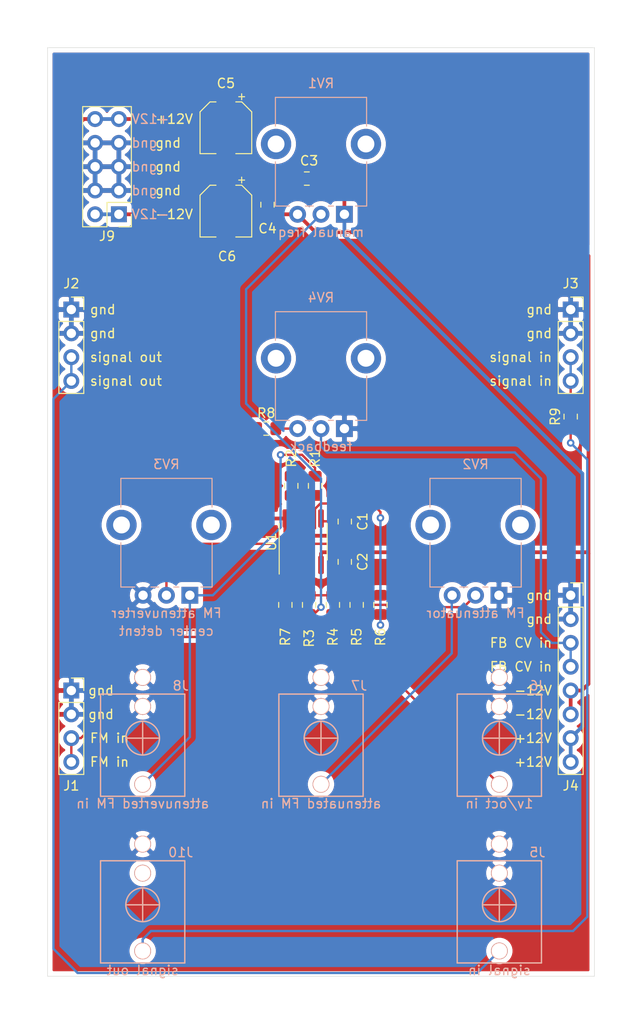
<source format=kicad_pcb>
(kicad_pcb (version 20171130) (host pcbnew 5.1.5-52549c5~84~ubuntu18.04.1)
  (title_block (title "Filter Carrier Board") (date 2020-02-01) (rev 1) (comment 1 creativecommons.org/licenses/by/4.0/) (comment 2 "License: CC by 4.0") (comment 3 "Author: Jordan Aceto"))
  (layers (0 F.Cu signal) (31 B.Cu signal) (34 B.Paste user) (35 F.Paste user) (36 B.SilkS user) (37 F.SilkS user) (38 B.Mask user) (39 F.Mask user) (44 Edge.Cuts user))
  (net 0 "")
  (net 1 +12V)
  (net 2 GND)
  (net 3 -12V)
  (net 4 "Net-(J1-Pad3)")
  (net 5 "Net-(J2-Pad3)")
  (net 6 "Net-(J10-Pad3)")
  (net 7 "Net-(J4-Pad3)")
  (net 8 "Net-(J6-Pad3)")
  (net 9 "Net-(J7-Pad3)")
  (net 10 "Net-(J8-Pad3)")
  (net 11 "Net-(J10-Pad2)")
  (net 12 "Net-(R1-Pad1)")
  (net 13 "Net-(R2-Pad1)")
  (net 14 "Net-(R3-Pad2)")
  (net 15 "Net-(R3-Pad1)")
  (net 16 "Net-(R5-Pad2)")
  (net 17 "Net-(R8-Pad2)")
  (net 18 "Net-(RV3-Pad2)")
  (net 19 "Net-(J3-Pad3)")
  (module Capacitor_SMD:C_0805_2012Metric_Pad1.15x1.40mm_HandSolder (layer F.Cu) (at 134.62 97.545 90)
    (fp_text reference C1 (at 0 1.905 90) (layer F.SilkS))
    (fp_text value 100nF)
    (fp_line (start -0.261252 -0.71) (end 0.261252 -0.71) (layer F.SilkS) (width 0.12))
    (fp_line (start -0.261252 0.71) (end 0.261252 0.71) (layer F.SilkS) (width 0.12))
    (pad 1 smd roundrect (at -1.025 0 90) (size 1.15 1.4) (layers F.Cu F.Paste F.Mask) (roundrect_rratio 0.217391) (net 1 +12V))
    (pad 2 smd roundrect (at 1.025 0 90) (size 1.15 1.4) (layers F.Cu F.Paste F.Mask) (roundrect_rratio 0.217391) (net 2 GND))
  )
  (module Capacitor_SMD:C_0805_2012Metric_Pad1.15x1.40mm_HandSolder (layer F.Cu) (at 134.62 101.845 90)
    (fp_text reference C2 (at 0 1.905 90) (layer F.SilkS))
    (fp_text value 100nF)
    (fp_line (start -0.261252 0.71) (end 0.261252 0.71) (layer F.SilkS) (width 0.12))
    (fp_line (start -0.261252 -0.71) (end 0.261252 -0.71) (layer F.SilkS) (width 0.12))
    (pad 2 smd roundrect (at 1.025 0 90) (size 1.15 1.4) (layers F.Cu F.Paste F.Mask) (roundrect_rratio 0.217391) (net 3 -12V))
    (pad 1 smd roundrect (at -1.025 0 90) (size 1.15 1.4) (layers F.Cu F.Paste F.Mask) (roundrect_rratio 0.217391) (net 2 GND))
  )
  (module Capacitor_SMD:C_0805_2012Metric_Pad1.15x1.40mm_HandSolder (layer F.Cu) (at 130.565 60.96 180)
    (fp_text reference C3 (at -0.245 1.905) (layer F.SilkS))
    (fp_text value 100nF)
    (fp_line (start -0.261252 -0.71) (end 0.261252 -0.71) (layer F.SilkS) (width 0.12))
    (fp_line (start -0.261252 0.71) (end 0.261252 0.71) (layer F.SilkS) (width 0.12))
    (pad 1 smd roundrect (at -1.025 0 180) (size 1.15 1.4) (layers F.Cu F.Paste F.Mask) (roundrect_rratio 0.217391) (net 1 +12V))
    (pad 2 smd roundrect (at 1.025 0 180) (size 1.15 1.4) (layers F.Cu F.Paste F.Mask) (roundrect_rratio 0.217391) (net 2 GND))
  )
  (module Capacitor_SMD:C_0805_2012Metric_Pad1.15x1.40mm_HandSolder (layer F.Cu) (at 126.365 63.745 270)
    (fp_text reference C4 (at 2.549 0 180) (layer F.SilkS))
    (fp_text value 100nF)
    (fp_line (start -0.261252 0.71) (end 0.261252 0.71) (layer F.SilkS) (width 0.12))
    (fp_line (start -0.261252 -0.71) (end 0.261252 -0.71) (layer F.SilkS) (width 0.12))
    (pad 2 smd roundrect (at 1.025 0 270) (size 1.15 1.4) (layers F.Cu F.Paste F.Mask) (roundrect_rratio 0.217391) (net 3 -12V))
    (pad 1 smd roundrect (at -1.025 0 270) (size 1.15 1.4) (layers F.Cu F.Paste F.Mask) (roundrect_rratio 0.217391) (net 2 GND))
  )
  (module Capacitor_SMD:CP_Elec_5x5.4 (layer F.Cu) (at 121.92 55.54 270)
    (fp_text reference C5 (at -4.74 0 180) (layer F.SilkS))
    (fp_text value 10uF)
    (fp_line (start 2.76 2.76) (end 2.76 1.06) (layer F.SilkS) (width 0.12))
    (fp_line (start 2.76 -2.76) (end 2.76 -1.06) (layer F.SilkS) (width 0.12))
    (fp_line (start -1.695563 -2.76) (end 2.76 -2.76) (layer F.SilkS) (width 0.12))
    (fp_line (start -1.695563 2.76) (end 2.76 2.76) (layer F.SilkS) (width 0.12))
    (fp_line (start -2.76 1.695563) (end -2.76 1.06) (layer F.SilkS) (width 0.12))
    (fp_line (start -2.76 -1.695563) (end -2.76 -1.06) (layer F.SilkS) (width 0.12))
    (fp_line (start -2.76 -1.695563) (end -1.695563 -2.76) (layer F.SilkS) (width 0.12))
    (fp_line (start -2.76 1.695563) (end -1.695563 2.76) (layer F.SilkS) (width 0.12))
    (fp_line (start -3.625 -1.685) (end -3 -1.685) (layer F.SilkS) (width 0.12))
    (fp_line (start -3.3125 -1.9975) (end -3.3125 -1.3725) (layer F.SilkS) (width 0.12))
    (pad 1 smd roundrect (at -2.2 0 270) (size 3 1.6) (layers F.Cu F.Paste F.Mask) (roundrect_rratio 0.15625) (net 1 +12V))
    (pad 2 smd roundrect (at 2.2 0 270) (size 3 1.6) (layers F.Cu F.Paste F.Mask) (roundrect_rratio 0.15625) (net 2 GND))
  )
  (module Capacitor_SMD:CP_Elec_5x5.4 (layer F.Cu) (at 121.92 64.43 270)
    (fp_text reference C6 (at 4.826 -0.127 180) (layer F.SilkS))
    (fp_text value 10uF)
    (fp_line (start -3.3125 -1.9975) (end -3.3125 -1.3725) (layer F.SilkS) (width 0.12))
    (fp_line (start -3.625 -1.685) (end -3 -1.685) (layer F.SilkS) (width 0.12))
    (fp_line (start -2.76 1.695563) (end -1.695563 2.76) (layer F.SilkS) (width 0.12))
    (fp_line (start -2.76 -1.695563) (end -1.695563 -2.76) (layer F.SilkS) (width 0.12))
    (fp_line (start -2.76 -1.695563) (end -2.76 -1.06) (layer F.SilkS) (width 0.12))
    (fp_line (start -2.76 1.695563) (end -2.76 1.06) (layer F.SilkS) (width 0.12))
    (fp_line (start -1.695563 2.76) (end 2.76 2.76) (layer F.SilkS) (width 0.12))
    (fp_line (start -1.695563 -2.76) (end 2.76 -2.76) (layer F.SilkS) (width 0.12))
    (fp_line (start 2.76 -2.76) (end 2.76 -1.06) (layer F.SilkS) (width 0.12))
    (fp_line (start 2.76 2.76) (end 2.76 1.06) (layer F.SilkS) (width 0.12))
    (pad 2 smd roundrect (at 2.2 0 270) (size 3 1.6) (layers F.Cu F.Paste F.Mask) (roundrect_rratio 0.15625) (net 3 -12V))
    (pad 1 smd roundrect (at -2.2 0 270) (size 3 1.6) (layers F.Cu F.Paste F.Mask) (roundrect_rratio 0.15625) (net 2 GND))
  )
  (module Eurocad:PJ301M-12 (layer B.Cu) (at 151.13 138.43)
    (fp_text reference J5 (at 4.064 -5.588) (layer B.SilkS) (effects (justify mirror)))
    (fp_text value PJ301M-12)
    (fp_line (start -1.8 0) (end 1.8 0) (layer B.SilkS) (width 0.15))
    (fp_line (start 0 1.8) (end 0 -1.8) (layer B.SilkS) (width 0.15))
    (fp_circle (center 0 0) (end 1.8 0) (layer B.SilkS) (width 0.15))
    (fp_line (start 4.5 6.2) (end 4.5 -4.7) (layer B.SilkS) (width 0.15))
    (fp_line (start -4.5 6.2) (end -4.5 -4.7) (layer B.SilkS) (width 0.15))
    (fp_line (start -4.5 -4.7) (end 4.5 -4.7) (layer B.SilkS) (width 0.15))
    (fp_line (start -4.5 6.2) (end 4.5 6.2) (layer B.SilkS) (width 0.15))
    (pad 2 thru_hole circle (at 0 -3.38) (size 1.8 1.8) (drill 1.6) (layers *.Cu *.Mask B.SilkS) (net 2 GND))
    (pad 1 thru_hole circle (at 0 -6.48) (size 1.8 1.8) (drill 1.6) (layers *.Cu *.Mask B.SilkS) (net 2 GND))
    (pad 3 thru_hole circle (at 0 4.92) (size 1.8 1.8) (drill 1.6) (layers *.Cu *.Mask B.SilkS) (net 5 "Net-(J2-Pad3)"))
  )
  (module Eurocad:PJ301M-12 (layer B.Cu) (at 151.13 120.65)
    (fp_text reference J6 (at 4.064 -5.588) (layer B.SilkS) (effects (justify mirror)))
    (fp_text value PJ301M-12)
    (fp_line (start -1.8 0) (end 1.8 0) (layer B.SilkS) (width 0.15))
    (fp_line (start 0 1.8) (end 0 -1.8) (layer B.SilkS) (width 0.15))
    (fp_circle (center 0 0) (end 1.8 0) (layer B.SilkS) (width 0.15))
    (fp_line (start 4.5 6.2) (end 4.5 -4.7) (layer B.SilkS) (width 0.15))
    (fp_line (start -4.5 6.2) (end -4.5 -4.7) (layer B.SilkS) (width 0.15))
    (fp_line (start -4.5 -4.7) (end 4.5 -4.7) (layer B.SilkS) (width 0.15))
    (fp_line (start -4.5 6.2) (end 4.5 6.2) (layer B.SilkS) (width 0.15))
    (pad 2 thru_hole circle (at 0 -3.38) (size 1.8 1.8) (drill 1.6) (layers *.Cu *.Mask B.SilkS) (net 2 GND))
    (pad 1 thru_hole circle (at 0 -6.48) (size 1.8 1.8) (drill 1.6) (layers *.Cu *.Mask B.SilkS) (net 2 GND))
    (pad 3 thru_hole circle (at 0 4.92) (size 1.8 1.8) (drill 1.6) (layers *.Cu *.Mask B.SilkS) (net 8 "Net-(J6-Pad3)"))
  )
  (module Eurocad:PJ301M-12 (layer B.Cu) (at 132.08 120.65)
    (fp_text reference J7 (at 4.064 -5.588) (layer B.SilkS) (effects (justify mirror)))
    (fp_text value PJ301M-12)
    (fp_line (start -1.8 0) (end 1.8 0) (layer B.SilkS) (width 0.15))
    (fp_line (start 0 1.8) (end 0 -1.8) (layer B.SilkS) (width 0.15))
    (fp_circle (center 0 0) (end 1.8 0) (layer B.SilkS) (width 0.15))
    (fp_line (start 4.5 6.2) (end 4.5 -4.7) (layer B.SilkS) (width 0.15))
    (fp_line (start -4.5 6.2) (end -4.5 -4.7) (layer B.SilkS) (width 0.15))
    (fp_line (start -4.5 -4.7) (end 4.5 -4.7) (layer B.SilkS) (width 0.15))
    (fp_line (start -4.5 6.2) (end 4.5 6.2) (layer B.SilkS) (width 0.15))
    (pad 2 thru_hole circle (at 0 -3.38) (size 1.8 1.8) (drill 1.6) (layers *.Cu *.Mask B.SilkS) (net 2 GND))
    (pad 1 thru_hole circle (at 0 -6.48) (size 1.8 1.8) (drill 1.6) (layers *.Cu *.Mask B.SilkS) (net 2 GND))
    (pad 3 thru_hole circle (at 0 4.92) (size 1.8 1.8) (drill 1.6) (layers *.Cu *.Mask B.SilkS) (net 9 "Net-(J7-Pad3)"))
  )
  (module Eurocad:PJ301M-12 (layer B.Cu) (at 113.03 120.65)
    (fp_text reference J8 (at 4.064 -5.588) (layer B.SilkS) (effects (justify mirror)))
    (fp_text value PJ301M-12)
    (fp_line (start -4.5 6.2) (end 4.5 6.2) (layer B.SilkS) (width 0.15))
    (fp_line (start -4.5 -4.7) (end 4.5 -4.7) (layer B.SilkS) (width 0.15))
    (fp_line (start -4.5 6.2) (end -4.5 -4.7) (layer B.SilkS) (width 0.15))
    (fp_line (start 4.5 6.2) (end 4.5 -4.7) (layer B.SilkS) (width 0.15))
    (fp_circle (center 0 0) (end 1.8 0) (layer B.SilkS) (width 0.15))
    (fp_line (start 0 1.8) (end 0 -1.8) (layer B.SilkS) (width 0.15))
    (fp_line (start -1.8 0) (end 1.8 0) (layer B.SilkS) (width 0.15))
    (pad 3 thru_hole circle (at 0 4.92) (size 1.8 1.8) (drill 1.6) (layers *.Cu *.Mask B.SilkS) (net 10 "Net-(J8-Pad3)"))
    (pad 1 thru_hole circle (at 0 -6.48) (size 1.8 1.8) (drill 1.6) (layers *.Cu *.Mask B.SilkS) (net 2 GND))
    (pad 2 thru_hole circle (at 0 -3.38) (size 1.8 1.8) (drill 1.6) (layers *.Cu *.Mask B.SilkS) (net 2 GND))
  )
  (module Connector_PinHeader_2.54mm:PinHeader_2x05_P2.54mm_Vertical (layer F.Cu) (at 110.49 64.77 180)
    (fp_text reference J9 (at 1.27 -2.33) (layer F.SilkS))
    (fp_text value power_in)
    (fp_line (start -1.33 11.49) (end 3.87 11.49) (layer F.SilkS) (width 0.12))
    (fp_line (start -1.33 1.27) (end -1.33 11.49) (layer F.SilkS) (width 0.12))
    (fp_line (start 3.87 -1.33) (end 3.87 11.49) (layer F.SilkS) (width 0.12))
    (fp_line (start -1.33 1.27) (end 1.27 1.27) (layer F.SilkS) (width 0.12))
    (fp_line (start 1.27 1.27) (end 1.27 -1.33) (layer F.SilkS) (width 0.12))
    (fp_line (start 1.27 -1.33) (end 3.87 -1.33) (layer F.SilkS) (width 0.12))
    (fp_line (start -1.33 0) (end -1.33 -1.33) (layer F.SilkS) (width 0.12))
    (fp_line (start -1.33 -1.33) (end 0 -1.33) (layer F.SilkS) (width 0.12))
    (pad 1 thru_hole rect (at 0 0 180) (size 1.7 1.7) (drill 1) (layers *.Cu *.Mask) (net 3 -12V))
    (pad 2 thru_hole oval (at 2.54 0 180) (size 1.7 1.7) (drill 1) (layers *.Cu *.Mask) (net 3 -12V))
    (pad 3 thru_hole oval (at 0 2.54 180) (size 1.7 1.7) (drill 1) (layers *.Cu *.Mask) (net 2 GND))
    (pad 4 thru_hole oval (at 2.54 2.54 180) (size 1.7 1.7) (drill 1) (layers *.Cu *.Mask) (net 2 GND))
    (pad 5 thru_hole oval (at 0 5.08 180) (size 1.7 1.7) (drill 1) (layers *.Cu *.Mask) (net 2 GND))
    (pad 6 thru_hole oval (at 2.54 5.08 180) (size 1.7 1.7) (drill 1) (layers *.Cu *.Mask) (net 2 GND))
    (pad 7 thru_hole oval (at 0 7.62 180) (size 1.7 1.7) (drill 1) (layers *.Cu *.Mask) (net 2 GND))
    (pad 8 thru_hole oval (at 2.54 7.62 180) (size 1.7 1.7) (drill 1) (layers *.Cu *.Mask) (net 2 GND))
    (pad 9 thru_hole oval (at 0 10.16 180) (size 1.7 1.7) (drill 1) (layers *.Cu *.Mask) (net 1 +12V))
    (pad 10 thru_hole oval (at 2.54 10.16 180) (size 1.7 1.7) (drill 1) (layers *.Cu *.Mask) (net 1 +12V))
  )
  (module Eurocad:PJ301M-12 (layer B.Cu) (at 113.03 138.43)
    (fp_text reference J10 (at 4.064 -5.588) (layer B.SilkS) (effects (justify mirror)))
    (fp_text value PJ301M-12)
    (fp_line (start -4.5 6.2) (end 4.5 6.2) (layer B.SilkS) (width 0.15))
    (fp_line (start -4.5 -4.7) (end 4.5 -4.7) (layer B.SilkS) (width 0.15))
    (fp_line (start -4.5 6.2) (end -4.5 -4.7) (layer B.SilkS) (width 0.15))
    (fp_line (start 4.5 6.2) (end 4.5 -4.7) (layer B.SilkS) (width 0.15))
    (fp_circle (center 0 0) (end 1.8 0) (layer B.SilkS) (width 0.15))
    (fp_line (start 0 1.8) (end 0 -1.8) (layer B.SilkS) (width 0.15))
    (fp_line (start -1.8 0) (end 1.8 0) (layer B.SilkS) (width 0.15))
    (pad 3 thru_hole circle (at 0 4.92) (size 1.8 1.8) (drill 1.6) (layers *.Cu *.Mask B.SilkS) (net 6 "Net-(J10-Pad3)"))
    (pad 1 thru_hole circle (at 0 -6.48) (size 1.8 1.8) (drill 1.6) (layers *.Cu *.Mask B.SilkS) (net 2 GND))
    (pad 2 thru_hole circle (at 0 -3.38) (size 1.8 1.8) (drill 1.6) (layers *.Cu *.Mask B.SilkS) (net 11 "Net-(J10-Pad2)"))
  )
  (module Resistor_SMD:R_0805_2012Metric_Pad1.15x1.40mm_HandSolder (layer F.Cu) (at 131.445 93.735 90)
    (fp_text reference R1 (at 2.93 0 90) (layer F.SilkS))
    (fp_text value 100k)
    (fp_line (start -0.261252 -0.71) (end 0.261252 -0.71) (layer F.SilkS) (width 0.12))
    (fp_line (start -0.261252 0.71) (end 0.261252 0.71) (layer F.SilkS) (width 0.12))
    (pad 1 smd roundrect (at -1.025 0 90) (size 1.15 1.4) (layers F.Cu F.Paste F.Mask) (roundrect_rratio 0.217391) (net 12 "Net-(R1-Pad1)"))
    (pad 2 smd roundrect (at 1.025 0 90) (size 1.15 1.4) (layers F.Cu F.Paste F.Mask) (roundrect_rratio 0.217391) (net 10 "Net-(J8-Pad3)"))
  )
  (module Resistor_SMD:R_0805_2012Metric_Pad1.15x1.40mm_HandSolder (layer F.Cu) (at 128.905 93.735 90)
    (fp_text reference R2 (at 2.93 0 90) (layer F.SilkS))
    (fp_text value 100k)
    (fp_line (start -0.261252 0.71) (end 0.261252 0.71) (layer F.SilkS) (width 0.12))
    (fp_line (start -0.261252 -0.71) (end 0.261252 -0.71) (layer F.SilkS) (width 0.12))
    (pad 2 smd roundrect (at 1.025 0 90) (size 1.15 1.4) (layers F.Cu F.Paste F.Mask) (roundrect_rratio 0.217391) (net 12 "Net-(R1-Pad1)"))
    (pad 1 smd roundrect (at -1.025 0 90) (size 1.15 1.4) (layers F.Cu F.Paste F.Mask) (roundrect_rratio 0.217391) (net 13 "Net-(R2-Pad1)"))
  )
  (module Resistor_SMD:R_0805_2012Metric_Pad1.15x1.40mm_HandSolder (layer F.Cu) (at 130.81 106.435 270)
    (fp_text reference R3 (at 3.565 0 90) (layer F.SilkS))
    (fp_text value 240k)
    (fp_line (start -0.261252 0.71) (end 0.261252 0.71) (layer F.SilkS) (width 0.12))
    (fp_line (start -0.261252 -0.71) (end 0.261252 -0.71) (layer F.SilkS) (width 0.12))
    (pad 2 smd roundrect (at 1.025 0 270) (size 1.15 1.4) (layers F.Cu F.Paste F.Mask) (roundrect_rratio 0.217391) (net 14 "Net-(R3-Pad2)"))
    (pad 1 smd roundrect (at -1.025 0 270) (size 1.15 1.4) (layers F.Cu F.Paste F.Mask) (roundrect_rratio 0.217391) (net 15 "Net-(R3-Pad1)"))
  )
  (module Resistor_SMD:R_0805_2012Metric_Pad1.15x1.40mm_HandSolder (layer F.Cu) (at 133.35 106.435 270)
    (fp_text reference R4 (at 3.42 0 90) (layer F.SilkS))
    (fp_text value 100k)
    (fp_line (start -0.261252 -0.71) (end 0.261252 -0.71) (layer F.SilkS) (width 0.12))
    (fp_line (start -0.261252 0.71) (end 0.261252 0.71) (layer F.SilkS) (width 0.12))
    (pad 1 smd roundrect (at -1.025 0 270) (size 1.15 1.4) (layers F.Cu F.Paste F.Mask) (roundrect_rratio 0.217391) (net 15 "Net-(R3-Pad1)"))
    (pad 2 smd roundrect (at 1.025 0 270) (size 1.15 1.4) (layers F.Cu F.Paste F.Mask) (roundrect_rratio 0.217391) (net 8 "Net-(J6-Pad3)"))
  )
  (module Resistor_SMD:R_0805_2012Metric_Pad1.15x1.40mm_HandSolder (layer F.Cu) (at 135.89 106.435 270)
    (fp_text reference R5 (at 3.42 0 90) (layer F.SilkS))
    (fp_text value 100k)
    (fp_line (start -0.261252 0.71) (end 0.261252 0.71) (layer F.SilkS) (width 0.12))
    (fp_line (start -0.261252 -0.71) (end 0.261252 -0.71) (layer F.SilkS) (width 0.12))
    (pad 2 smd roundrect (at 1.025 0 270) (size 1.15 1.4) (layers F.Cu F.Paste F.Mask) (roundrect_rratio 0.217391) (net 16 "Net-(R5-Pad2)"))
    (pad 1 smd roundrect (at -1.025 0 270) (size 1.15 1.4) (layers F.Cu F.Paste F.Mask) (roundrect_rratio 0.217391) (net 15 "Net-(R3-Pad1)"))
  )
  (module Resistor_SMD:R_0805_2012Metric_Pad1.15x1.40mm_HandSolder (layer F.Cu) (at 138.43 106.435 270)
    (fp_text reference R6 (at 3.42 0 90) (layer F.SilkS))
    (fp_text value 100k)
    (fp_line (start -0.261252 -0.71) (end 0.261252 -0.71) (layer F.SilkS) (width 0.12))
    (fp_line (start -0.261252 0.71) (end 0.261252 0.71) (layer F.SilkS) (width 0.12))
    (pad 1 smd roundrect (at -1.025 0 270) (size 1.15 1.4) (layers F.Cu F.Paste F.Mask) (roundrect_rratio 0.217391) (net 15 "Net-(R3-Pad1)"))
    (pad 2 smd roundrect (at 1.025 0 270) (size 1.15 1.4) (layers F.Cu F.Paste F.Mask) (roundrect_rratio 0.217391) (net 13 "Net-(R2-Pad1)"))
  )
  (module Resistor_SMD:R_0805_2012Metric_Pad1.15x1.40mm_HandSolder (layer F.Cu) (at 128.27 106.435 90)
    (fp_text reference R7 (at -3.42 0 90) (layer F.SilkS))
    (fp_text value 20k)
    (fp_line (start -0.261252 0.71) (end 0.261252 0.71) (layer F.SilkS) (width 0.12))
    (fp_line (start -0.261252 -0.71) (end 0.261252 -0.71) (layer F.SilkS) (width 0.12))
    (pad 2 smd roundrect (at 1.025 0 90) (size 1.15 1.4) (layers F.Cu F.Paste F.Mask) (roundrect_rratio 0.217391) (net 15 "Net-(R3-Pad1)"))
    (pad 1 smd roundrect (at -1.025 0 90) (size 1.15 1.4) (layers F.Cu F.Paste F.Mask) (roundrect_rratio 0.217391) (net 4 "Net-(J1-Pad3)"))
  )
  (module Resistor_SMD:R_0805_2012Metric_Pad1.15x1.40mm_HandSolder (layer F.Cu) (at 126.229 87.63)
    (fp_text reference R8 (at 0 -1.65) (layer F.SilkS))
    (fp_text value 47k)
    (fp_line (start -0.261252 -0.71) (end 0.261252 -0.71) (layer F.SilkS) (width 0.12))
    (fp_line (start -0.261252 0.71) (end 0.261252 0.71) (layer F.SilkS) (width 0.12))
    (pad 1 smd roundrect (at -1.025 0) (size 1.15 1.4) (layers F.Cu F.Paste F.Mask) (roundrect_rratio 0.217391) (net 1 +12V))
    (pad 2 smd roundrect (at 1.025 0) (size 1.15 1.4) (layers F.Cu F.Paste F.Mask) (roundrect_rratio 0.217391) (net 17 "Net-(R8-Pad2)"))
  )
  (module Potentiometer_THT:Potentiometer_Alpha_RD901F-40-00D_Single_Vertical_CircularHoles (layer B.Cu) (at 134.58 64.77 90)
    (fp_text reference RV1 (at 13.97 -2.5) (layer B.SilkS) (effects (justify mirror)))
    (fp_text value 100k)
    (fp_line (start 12.47 -7.37) (end 12.47 2.37) (layer B.SilkS) (width 0.12))
    (fp_line (start 0.88 -7.37) (end 0.88 -5.88) (layer B.SilkS) (width 0.12))
    (fp_line (start 9.41 -7.37) (end 12.47 -7.37) (layer B.SilkS) (width 0.12))
    (fp_line (start 0.88 2.38) (end 5.6 2.38) (layer B.SilkS) (width 0.12))
    (fp_line (start 9.41 2.37) (end 12.47 2.37) (layer B.SilkS) (width 0.12))
    (fp_line (start 0.88 -7.37) (end 5.6 -7.37) (layer B.SilkS) (width 0.12))
    (fp_line (start 0.88 1.19) (end 0.88 2.37) (layer B.SilkS) (width 0.12))
    (fp_line (start 0.88 -1.71) (end 0.88 -1.18) (layer B.SilkS) (width 0.12))
    (fp_line (start 0.88 -4.16) (end 0.88 -3.33) (layer B.SilkS) (width 0.12))
    (pad 1 thru_hole rect (at 0 0) (size 1.8 1.8) (drill 1) (layers *.Cu *.Mask) (net 1 +12V))
    (pad 2 thru_hole circle (at 0 -2.5) (size 1.8 1.8) (drill 1) (layers *.Cu *.Mask) (net 14 "Net-(R3-Pad2)"))
    (pad 3 thru_hole circle (at 0 -5) (size 1.8 1.8) (drill 1) (layers *.Cu *.Mask) (net 3 -12V))
    (pad "" thru_hole circle (at 7.5 -7.3) (size 3.24 3.24) (drill 1.8) (layers *.Cu *.Mask))
    (pad "" thru_hole circle (at 7.5 2.3) (size 3.24 3.24) (drill 1.8) (layers *.Cu *.Mask))
  )
  (module Potentiometer_THT:Potentiometer_Alpha_RD901F-40-00D_Single_Vertical_CircularHoles (layer B.Cu) (at 151.09 105.41 90)
    (fp_text reference RV2 (at 13.97 -2.5) (layer B.SilkS) (effects (justify mirror)))
    (fp_text value 100k)
    (fp_line (start 12.47 -7.37) (end 12.47 2.37) (layer B.SilkS) (width 0.12))
    (fp_line (start 0.88 -7.37) (end 0.88 -5.88) (layer B.SilkS) (width 0.12))
    (fp_line (start 9.41 -7.37) (end 12.47 -7.37) (layer B.SilkS) (width 0.12))
    (fp_line (start 0.88 2.38) (end 5.6 2.38) (layer B.SilkS) (width 0.12))
    (fp_line (start 9.41 2.37) (end 12.47 2.37) (layer B.SilkS) (width 0.12))
    (fp_line (start 0.88 -7.37) (end 5.6 -7.37) (layer B.SilkS) (width 0.12))
    (fp_line (start 0.88 1.19) (end 0.88 2.37) (layer B.SilkS) (width 0.12))
    (fp_line (start 0.88 -1.71) (end 0.88 -1.18) (layer B.SilkS) (width 0.12))
    (fp_line (start 0.88 -4.16) (end 0.88 -3.33) (layer B.SilkS) (width 0.12))
    (pad 1 thru_hole rect (at 0 0) (size 1.8 1.8) (drill 1) (layers *.Cu *.Mask) (net 2 GND))
    (pad 2 thru_hole circle (at 0 -2.5) (size 1.8 1.8) (drill 1) (layers *.Cu *.Mask) (net 16 "Net-(R5-Pad2)"))
    (pad 3 thru_hole circle (at 0 -5) (size 1.8 1.8) (drill 1) (layers *.Cu *.Mask) (net 9 "Net-(J7-Pad3)"))
    (pad "" thru_hole circle (at 7.5 -7.3) (size 3.24 3.24) (drill 1.8) (layers *.Cu *.Mask))
    (pad "" thru_hole circle (at 7.5 2.3) (size 3.24 3.24) (drill 1.8) (layers *.Cu *.Mask))
  )
  (module Potentiometer_THT:Potentiometer_Alpha_RD901F-40-00D_Single_Vertical_CircularHoles (layer B.Cu) (at 118.07 105.41 90)
    (fp_text reference RV3 (at 13.97 -2.5) (layer B.SilkS) (effects (justify mirror)))
    (fp_text value 100k)
    (fp_line (start 0.88 -4.16) (end 0.88 -3.33) (layer B.SilkS) (width 0.12))
    (fp_line (start 0.88 -1.71) (end 0.88 -1.18) (layer B.SilkS) (width 0.12))
    (fp_line (start 0.88 1.19) (end 0.88 2.37) (layer B.SilkS) (width 0.12))
    (fp_line (start 0.88 -7.37) (end 5.6 -7.37) (layer B.SilkS) (width 0.12))
    (fp_line (start 9.41 2.37) (end 12.47 2.37) (layer B.SilkS) (width 0.12))
    (fp_line (start 0.88 2.38) (end 5.6 2.38) (layer B.SilkS) (width 0.12))
    (fp_line (start 9.41 -7.37) (end 12.47 -7.37) (layer B.SilkS) (width 0.12))
    (fp_line (start 0.88 -7.37) (end 0.88 -5.88) (layer B.SilkS) (width 0.12))
    (fp_line (start 12.47 -7.37) (end 12.47 2.37) (layer B.SilkS) (width 0.12))
    (pad "" thru_hole circle (at 7.5 2.3) (size 3.24 3.24) (drill 1.8) (layers *.Cu *.Mask))
    (pad "" thru_hole circle (at 7.5 -7.3) (size 3.24 3.24) (drill 1.8) (layers *.Cu *.Mask))
    (pad 3 thru_hole circle (at 0 -5) (size 1.8 1.8) (drill 1) (layers *.Cu *.Mask) (net 2 GND))
    (pad 2 thru_hole circle (at 0 -2.5) (size 1.8 1.8) (drill 1) (layers *.Cu *.Mask) (net 18 "Net-(RV3-Pad2)"))
    (pad 1 thru_hole rect (at 0 0) (size 1.8 1.8) (drill 1) (layers *.Cu *.Mask) (net 10 "Net-(J8-Pad3)"))
  )
  (module Potentiometer_THT:Potentiometer_Alpha_RD901F-40-00D_Single_Vertical_CircularHoles (layer B.Cu) (at 134.58 87.63 90)
    (fp_text reference RV4 (at 13.97 -2.5) (layer B.SilkS) (effects (justify mirror)))
    (fp_text value 10k)
    (fp_line (start 0.88 -4.16) (end 0.88 -3.33) (layer B.SilkS) (width 0.12))
    (fp_line (start 0.88 -1.71) (end 0.88 -1.18) (layer B.SilkS) (width 0.12))
    (fp_line (start 0.88 1.19) (end 0.88 2.37) (layer B.SilkS) (width 0.12))
    (fp_line (start 0.88 -7.37) (end 5.6 -7.37) (layer B.SilkS) (width 0.12))
    (fp_line (start 9.41 2.37) (end 12.47 2.37) (layer B.SilkS) (width 0.12))
    (fp_line (start 0.88 2.38) (end 5.6 2.38) (layer B.SilkS) (width 0.12))
    (fp_line (start 9.41 -7.37) (end 12.47 -7.37) (layer B.SilkS) (width 0.12))
    (fp_line (start 0.88 -7.37) (end 0.88 -5.88) (layer B.SilkS) (width 0.12))
    (fp_line (start 12.47 -7.37) (end 12.47 2.37) (layer B.SilkS) (width 0.12))
    (pad "" thru_hole circle (at 7.5 2.3) (size 3.24 3.24) (drill 1.8) (layers *.Cu *.Mask))
    (pad "" thru_hole circle (at 7.5 -7.3) (size 3.24 3.24) (drill 1.8) (layers *.Cu *.Mask))
    (pad 3 thru_hole circle (at 0 -5) (size 1.8 1.8) (drill 1) (layers *.Cu *.Mask) (net 17 "Net-(R8-Pad2)"))
    (pad 2 thru_hole circle (at 0 -2.5) (size 1.8 1.8) (drill 1) (layers *.Cu *.Mask) (net 7 "Net-(J4-Pad3)"))
    (pad 1 thru_hole rect (at 0 0) (size 1.8 1.8) (drill 1) (layers *.Cu *.Mask) (net 2 GND))
  )
  (module Package_SO:SOIC-8_3.9x4.9mm_P1.27mm (layer F.Cu) (at 130.175 99.695 90)
    (fp_text reference U1 (at 0 -3.4 90) (layer F.SilkS))
    (fp_text value TL072)
    (fp_line (start 0 2.56) (end 1.95 2.56) (layer F.SilkS) (width 0.12))
    (fp_line (start 0 2.56) (end -1.95 2.56) (layer F.SilkS) (width 0.12))
    (fp_line (start 0 -2.56) (end 1.95 -2.56) (layer F.SilkS) (width 0.12))
    (fp_line (start 0 -2.56) (end -3.45 -2.56) (layer F.SilkS) (width 0.12))
    (pad 1 smd roundrect (at -2.475 -1.905 90) (size 1.95 0.6) (layers F.Cu F.Paste F.Mask) (net 4 "Net-(J1-Pad3)"))
    (pad 2 smd roundrect (at -2.475 -0.635 90) (size 1.95 0.6) (layers F.Cu F.Paste F.Mask) (net 15 "Net-(R3-Pad1)"))
    (pad 3 smd roundrect (at -2.475 0.635 90) (size 1.95 0.6) (layers F.Cu F.Paste F.Mask) (net 2 GND))
    (pad 4 smd roundrect (at -2.475 1.905 90) (size 1.95 0.6) (layers F.Cu F.Paste F.Mask) (net 3 -12V))
    (pad 5 smd roundrect (at 2.475 1.905 90) (size 1.95 0.6) (layers F.Cu F.Paste F.Mask) (net 18 "Net-(RV3-Pad2)"))
    (pad 6 smd roundrect (at 2.475 0.635 90) (size 1.95 0.6) (layers F.Cu F.Paste F.Mask) (net 12 "Net-(R1-Pad1)"))
    (pad 7 smd roundrect (at 2.475 -0.635 90) (size 1.95 0.6) (layers F.Cu F.Paste F.Mask) (net 13 "Net-(R2-Pad1)"))
    (pad 8 smd roundrect (at 2.475 -1.905 90) (size 1.95 0.6) (layers F.Cu F.Paste F.Mask) (net 1 +12V))
  )
  (module Connector_PinSocket_2.54mm:PinSocket_1x04_P2.54mm_Vertical (layer F.Cu) (at 105.41 115.57)
    (fp_text reference J1 (at 0 10.16) (layer F.SilkS))
    (fp_text value cv_in)
    (fp_line (start 0 -1.33) (end 1.33 -1.33) (layer F.SilkS) (width 0.12))
    (fp_line (start 1.33 -1.33) (end 1.33 0) (layer F.SilkS) (width 0.12))
    (fp_line (start 1.33 1.27) (end 1.33 8.95) (layer F.SilkS) (width 0.12))
    (fp_line (start -1.33 8.95) (end 1.33 8.95) (layer F.SilkS) (width 0.12))
    (fp_line (start -1.33 1.27) (end -1.33 8.95) (layer F.SilkS) (width 0.12))
    (fp_line (start -1.33 1.27) (end 1.33 1.27) (layer F.SilkS) (width 0.12))
    (pad 4 thru_hole oval (at 0 7.62) (size 1.7 1.7) (drill 1) (layers *.Cu *.Mask) (net 4 "Net-(J1-Pad3)"))
    (pad 3 thru_hole oval (at 0 5.08) (size 1.7 1.7) (drill 1) (layers *.Cu *.Mask) (net 4 "Net-(J1-Pad3)"))
    (pad 2 thru_hole oval (at 0 2.54) (size 1.7 1.7) (drill 1) (layers *.Cu *.Mask) (net 2 GND))
    (pad 1 thru_hole rect (at 0 0) (size 1.7 1.7) (drill 1) (layers *.Cu *.Mask) (net 2 GND))
  )
  (module Connector_PinSocket_2.54mm:PinSocket_1x04_P2.54mm_Vertical (layer F.Cu) (at 105.41 74.93)
    (fp_text reference J2 (at 0 -2.77) (layer F.SilkS))
    (fp_text value signal_in)
    (fp_line (start -1.33 1.27) (end 1.33 1.27) (layer F.SilkS) (width 0.12))
    (fp_line (start -1.33 1.27) (end -1.33 8.95) (layer F.SilkS) (width 0.12))
    (fp_line (start -1.33 8.95) (end 1.33 8.95) (layer F.SilkS) (width 0.12))
    (fp_line (start 1.33 1.27) (end 1.33 8.95) (layer F.SilkS) (width 0.12))
    (fp_line (start 1.33 -1.33) (end 1.33 0) (layer F.SilkS) (width 0.12))
    (fp_line (start 0 -1.33) (end 1.33 -1.33) (layer F.SilkS) (width 0.12))
    (pad 1 thru_hole rect (at 0 0) (size 1.7 1.7) (drill 1) (layers *.Cu *.Mask) (net 2 GND))
    (pad 2 thru_hole oval (at 0 2.54) (size 1.7 1.7) (drill 1) (layers *.Cu *.Mask) (net 2 GND))
    (pad 3 thru_hole oval (at 0 5.08) (size 1.7 1.7) (drill 1) (layers *.Cu *.Mask) (net 5 "Net-(J2-Pad3)"))
    (pad 4 thru_hole oval (at 0 7.62) (size 1.7 1.7) (drill 1) (layers *.Cu *.Mask) (net 5 "Net-(J2-Pad3)"))
  )
  (module Connector_PinSocket_2.54mm:PinSocket_1x04_P2.54mm_Vertical (layer F.Cu) (at 158.75 74.93)
    (fp_text reference J3 (at 0 -2.77) (layer F.SilkS))
    (fp_text value signal_out)
    (fp_line (start -1.33 1.27) (end 1.33 1.27) (layer F.SilkS) (width 0.12))
    (fp_line (start -1.33 1.27) (end -1.33 8.95) (layer F.SilkS) (width 0.12))
    (fp_line (start -1.33 8.95) (end 1.33 8.95) (layer F.SilkS) (width 0.12))
    (fp_line (start 1.33 1.27) (end 1.33 8.95) (layer F.SilkS) (width 0.12))
    (fp_line (start 1.33 -1.33) (end 1.33 0) (layer F.SilkS) (width 0.12))
    (fp_line (start 0 -1.33) (end 1.33 -1.33) (layer F.SilkS) (width 0.12))
    (pad 1 thru_hole rect (at 0 0) (size 1.7 1.7) (drill 1) (layers *.Cu *.Mask) (net 2 GND))
    (pad 2 thru_hole oval (at 0 2.54) (size 1.7 1.7) (drill 1) (layers *.Cu *.Mask) (net 2 GND))
    (pad 3 thru_hole oval (at 0 5.08) (size 1.7 1.7) (drill 1) (layers *.Cu *.Mask) (net 19 "Net-(J3-Pad3)"))
    (pad 4 thru_hole oval (at 0 7.62) (size 1.7 1.7) (drill 1) (layers *.Cu *.Mask) (net 19 "Net-(J3-Pad3)"))
  )
  (module Connector_PinSocket_2.54mm:PinSocket_1x08_P2.54mm_Vertical (layer F.Cu) (at 158.75 105.41)
    (fp_text reference J4 (at 0 20.32) (layer F.SilkS))
    (fp_text value power_and_rez_cv_in)
    (fp_line (start -1.33 1.27) (end 1.33 1.27) (layer F.SilkS) (width 0.12))
    (fp_line (start -1.33 1.27) (end -1.33 19.11) (layer F.SilkS) (width 0.12))
    (fp_line (start -1.33 19.11) (end 1.33 19.11) (layer F.SilkS) (width 0.12))
    (fp_line (start 1.33 1.27) (end 1.33 19.11) (layer F.SilkS) (width 0.12))
    (fp_line (start 1.33 -1.33) (end 1.33 0) (layer F.SilkS) (width 0.12))
    (fp_line (start 0 -1.33) (end 1.33 -1.33) (layer F.SilkS) (width 0.12))
    (pad 1 thru_hole rect (at 0 0) (size 1.7 1.7) (drill 1) (layers *.Cu *.Mask) (net 2 GND))
    (pad 2 thru_hole oval (at 0 2.54) (size 1.7 1.7) (drill 1) (layers *.Cu *.Mask) (net 2 GND))
    (pad 3 thru_hole oval (at 0 5.08) (size 1.7 1.7) (drill 1) (layers *.Cu *.Mask) (net 7 "Net-(J4-Pad3)"))
    (pad 4 thru_hole oval (at 0 7.62) (size 1.7 1.7) (drill 1) (layers *.Cu *.Mask) (net 7 "Net-(J4-Pad3)"))
    (pad 5 thru_hole oval (at 0 10.16) (size 1.7 1.7) (drill 1) (layers *.Cu *.Mask) (net 3 -12V))
    (pad 6 thru_hole oval (at 0 12.7) (size 1.7 1.7) (drill 1) (layers *.Cu *.Mask) (net 3 -12V))
    (pad 7 thru_hole oval (at 0 15.24) (size 1.7 1.7) (drill 1) (layers *.Cu *.Mask) (net 1 +12V))
    (pad 8 thru_hole oval (at 0 17.78) (size 1.7 1.7) (drill 1) (layers *.Cu *.Mask) (net 1 +12V))
  )
  (module Resistor_SMD:R_0805_2012Metric_Pad1.15x1.40mm_HandSolder (layer F.Cu) (at 158.75 86.351 90)
    (fp_text reference R9 (at 0 -1.65 90) (layer F.SilkS))
    (fp_text value 1k)
    (fp_line (start -0.261252 -0.71) (end 0.261252 -0.71) (layer F.SilkS) (width 0.12))
    (fp_line (start -0.261252 0.71) (end 0.261252 0.71) (layer F.SilkS) (width 0.12))
    (pad 1 smd roundrect (at -1.025 0 90) (size 1.15 1.4) (layers F.Cu F.Paste F.Mask) (roundrect_rratio 0.217391) (net 6 "Net-(J10-Pad3)"))
    (pad 2 smd roundrect (at 1.025 0 90) (size 1.15 1.4) (layers F.Cu F.Paste F.Mask) (roundrect_rratio 0.217391) (net 19 "Net-(J3-Pad3)"))
  )
  (gr_text -12V (at 111.76 64.77) (layer B.SilkS) (effects (font (size 1 1)) (justify right mirror)))
  (gr_text gnd (at 111.76 62.23) (layer B.SilkS) (effects (font (size 1 1)) (justify right mirror)))
  (gr_text gnd (at 111.76 59.69) (layer B.SilkS) (effects (font (size 1 1)) (justify right mirror)))
  (gr_text gnd (at 111.76 57.15) (layer B.SilkS) (effects (font (size 1 1)) (justify right mirror)))
  (gr_text +12V (at 111.76 54.61) (layer B.SilkS) (effects (font (size 1 1)) (justify right mirror)))
  (gr_text +12V (at 114.3 54.61) (layer F.SilkS) (effects (font (size 1 1)) (justify left)))
  (gr_text -12V (at 114.3 64.77) (layer F.SilkS) (effects (font (size 1 1)) (justify left)))
  (gr_text gnd (at 114.3 62.23) (layer F.SilkS) (effects (font (size 1 1)) (justify left)))
  (gr_text gnd (at 114.3 59.69) (layer F.SilkS) (effects (font (size 1 1)) (justify left)))
  (gr_text gnd (at 114.3 57.15) (layer F.SilkS) (effects (font (size 1 1)) (justify left)))
  (gr_text +12V (at 156.845 123.19) (layer F.SilkS) (effects (font (size 1 1)) (justify right)))
  (gr_text +12V (at 156.845 120.65) (layer F.SilkS) (effects (font (size 1 1)) (justify right)))
  (gr_text -12V (at 156.845 118.11) (layer F.SilkS) (effects (font (size 1 1)) (justify right)))
  (gr_text -12V (at 156.845 115.57) (layer F.SilkS) (effects (font (size 1 1)) (justify right)))
  (gr_text "FB CV in" (at 156.845 113.03) (layer F.SilkS) (effects (font (size 1 1)) (justify right)))
  (gr_text "FB CV in" (at 156.845 110.49) (layer F.SilkS) (effects (font (size 1 1)) (justify right)))
  (gr_text gnd (at 156.845 107.95) (layer F.SilkS) (effects (font (size 1 1)) (justify right)))
  (gr_text gnd (at 156.845 105.41) (layer F.SilkS) (effects (font (size 1 1)) (justify right)))
  (gr_text "signal in" (at 156.845 82.55) (layer F.SilkS) (effects (font (size 1 1)) (justify right)))
  (gr_text "signal in" (at 156.845 80.01) (layer F.SilkS) (effects (font (size 1 1)) (justify right)))
  (gr_text gnd (at 156.845 77.47) (layer F.SilkS) (effects (font (size 1 1)) (justify right)))
  (gr_text gnd (at 156.845 74.93) (layer F.SilkS) (effects (font (size 1 1)) (justify right)))
  (gr_text "FM in" (at 107.315 123.19) (layer F.SilkS) (effects (font (size 1 1)) (justify left)))
  (gr_text "signal out" (at 107.315 82.55) (layer F.SilkS) (effects (font (size 1 1)) (justify left)))
  (gr_text "signal out" (at 107.315 80.01) (layer F.SilkS) (effects (font (size 1 1)) (justify left)))
  (gr_text "FM in" (at 107.315 120.65) (layer F.SilkS) (effects (font (size 1 1)) (justify left)))
  (gr_text gnd (at 108.585 118.11) (layer F.SilkS) (effects (font (size 1 1))))
  (gr_text gnd (at 108.585 115.57) (layer F.SilkS) (effects (font (size 1 1))))
  (gr_text gnd (at 107.315 77.47) (layer F.SilkS) (effects (font (size 1 1)) (justify left)))
  (gr_text gnd (at 107.315 74.93) (layer F.SilkS) (effects (font (size 1 1)) (justify left)))
  (gr_text "FM attenuverter" (at 115.57 107.315) (layer B.SilkS) (effects (font (size 1 1)) (justify mirror)))
  (gr_text "FM attenuator" (at 148.59 107.315) (layer B.SilkS) (effects (font (size 1 1)) (justify mirror)))
  (gr_text feedback (at 132.08 89.535) (layer B.SilkS) (effects (font (size 1 1)) (justify mirror)))
  (gr_text "manual freq" (at 132.08 66.675) (layer B.SilkS) (effects (font (size 1 1)) (justify mirror)))
  (gr_text "signal out" (at 113.03 145.415) (layer B.SilkS) (effects (font (size 1 1)) (justify mirror)))
  (gr_text "signal in" (at 151.13 145.415) (layer B.SilkS) (effects (font (size 1 1)) (justify mirror)))
  (gr_text "attenuverted FM in" (at 113.03 127.635) (layer B.SilkS) (effects (font (size 1 1)) (justify mirror)))
  (gr_text "attenuated FM in" (at 132.08 127.635) (layer B.SilkS) (effects (font (size 1 1)) (justify mirror)))
  (gr_text "1v/oct in" (at 151.13 127.635) (layer B.SilkS) (effects (font (size 1 1)) (justify mirror)))
  (gr_text "center detent" (at 115.57 109.22) (layer B.SilkS) (effects (font (size 1 1)) (justify mirror)))
  (gr_line (start 161.29 146.05) (end 102.87 146.05) (layer Edge.Cuts) (width 0.05))
  (gr_line (start 102.87 46.99) (end 161.29 46.99) (layer Edge.Cuts) (width 0.05))
  (gr_line (start 161.29 146.05) (end 161.29 46.99) (layer Edge.Cuts) (width 0.05))
  (gr_line (start 102.87 46.99) (end 102.87 146.05) (layer Edge.Cuts) (width 0.05))
  (segment (start 158.75 123.19) (end 158.75 120.65) (width 0.4) (layer B.Cu) (net 1))
  (segment (start 125.16 97.22) (end 128.27 97.22) (width 0.4) (layer F.Cu) (net 1))
  (segment (start 117.475 54.61) (end 110.49 54.61) (width 0.4) (layer F.Cu) (net 1))
  (segment (start 121.92 53.34) (end 118.745 53.34) (width 0.4) (layer F.Cu) (net 1))
  (segment (start 118.745 53.34) (end 117.475 54.61) (width 0.4) (layer F.Cu) (net 1))
  (segment (start 134.58 64.77) (end 134.58 62.825) (width 0.4) (layer F.Cu) (net 1))
  (segment (start 132.715 60.96) (end 131.59 60.96) (width 0.4) (layer F.Cu) (net 1))
  (segment (start 134.58 62.825) (end 132.715 60.96) (width 0.4) (layer F.Cu) (net 1))
  (segment (start 128.905 53.34) (end 122.72 53.34) (width 0.4) (layer F.Cu) (net 1))
  (segment (start 122.72 53.34) (end 121.92 53.34) (width 0.4) (layer F.Cu) (net 1))
  (segment (start 131.59 60.96) (end 131.59 56.025) (width 0.4) (layer F.Cu) (net 1))
  (segment (start 131.59 56.025) (end 128.905 53.34) (width 0.4) (layer F.Cu) (net 1))
  (segment (start 126.365 97.22) (end 128.27 97.22) (width 0.25) (layer F.Cu) (net 1))
  (segment (start 107.95 54.61) (end 110.49 54.61) (width 0.4) (layer B.Cu) (net 1))
  (segment (start 128.7025 99.06) (end 128.27 98.6275) (width 0.4) (layer F.Cu) (net 1))
  (segment (start 132.969 99.06) (end 128.7025 99.06) (width 0.4) (layer F.Cu) (net 1))
  (segment (start 128.27 98.6275) (end 128.27 97.22) (width 0.4) (layer F.Cu) (net 1))
  (segment (start 134.62 98.57) (end 133.459 98.57) (width 0.4) (layer F.Cu) (net 1))
  (segment (start 133.459 98.57) (end 132.969 99.06) (width 0.4) (layer F.Cu) (net 1))
  (segment (start 125.204 87.63) (end 125.204 97.01) (width 0.25) (layer F.Cu) (net 1))
  (segment (start 125.16 97.054) (end 125.16 97.22) (width 0.25) (layer F.Cu) (net 1))
  (segment (start 125.204 97.01) (end 125.16 97.054) (width 0.25) (layer F.Cu) (net 1))
  (segment (start 124.398 97.22) (end 125.16 97.22) (width 0.4) (layer F.Cu) (net 1))
  (segment (start 106.747919 54.61) (end 105.41 55.947919) (width 0.4) (layer F.Cu) (net 1))
  (segment (start 109.855 73.025) (end 109.855 82.677) (width 0.4) (layer F.Cu) (net 1))
  (segment (start 107.95 54.61) (end 106.747919 54.61) (width 0.4) (layer F.Cu) (net 1))
  (segment (start 105.41 55.947919) (end 105.41 68.58) (width 0.4) (layer F.Cu) (net 1))
  (segment (start 105.41 68.58) (end 109.855 73.025) (width 0.4) (layer F.Cu) (net 1))
  (segment (start 109.855 82.677) (end 124.398 97.22) (width 0.4) (layer F.Cu) (net 1))
  (segment (start 134.58 67.016) (end 134.58 64.77) (width 0.4) (layer B.Cu) (net 1))
  (segment (start 160.000001 92.436001) (end 134.58 67.016) (width 0.4) (layer B.Cu) (net 1))
  (segment (start 158.75 120.65) (end 160.000001 119.399999) (width 0.4) (layer B.Cu) (net 1))
  (segment (start 160.000001 119.399999) (end 160.000001 92.436001) (width 0.4) (layer B.Cu) (net 1))
  (segment (start 158.75 118.11) (end 158.75 115.57) (width 0.4) (layer F.Cu) (net 3))
  (segment (start 158.75 115.57) (end 159.952081 115.57) (width 0.4) (layer F.Cu) (net 3))
  (segment (start 159.952081 115.57) (end 160.655 114.867081) (width 0.4) (layer F.Cu) (net 3))
  (segment (start 132.225 100.82) (end 134.62 100.82) (width 0.4) (layer F.Cu) (net 3))
  (segment (start 132.08 102.17) (end 132.08 100.965) (width 0.4) (layer F.Cu) (net 3))
  (segment (start 132.08 100.965) (end 132.225 100.82) (width 0.4) (layer F.Cu) (net 3))
  (segment (start 160.51 100.82) (end 160.655 100.965) (width 0.4) (layer F.Cu) (net 3))
  (segment (start 134.62 100.82) (end 160.51 100.82) (width 0.4) (layer F.Cu) (net 3))
  (segment (start 160.655 114.867081) (end 160.655 100.965) (width 0.4) (layer F.Cu) (net 3))
  (segment (start 121.92 66.63) (end 116.795 66.63) (width 0.4) (layer F.Cu) (net 3))
  (segment (start 114.935 64.77) (end 110.49 64.77) (width 0.4) (layer F.Cu) (net 3))
  (segment (start 116.795 66.63) (end 114.935 64.77) (width 0.4) (layer F.Cu) (net 3))
  (segment (start 126.365 64.77) (end 126.365 66.04) (width 0.4) (layer F.Cu) (net 3))
  (segment (start 125.775 66.63) (end 121.92 66.63) (width 0.4) (layer F.Cu) (net 3))
  (segment (start 126.365 66.04) (end 125.775 66.63) (width 0.4) (layer F.Cu) (net 3))
  (segment (start 126.365 64.77) (end 129.58 64.77) (width 0.4) (layer F.Cu) (net 3))
  (segment (start 131.485 66.675) (end 129.58 64.77) (width 0.4) (layer F.Cu) (net 3))
  (segment (start 158.115 66.675) (end 131.485 66.675) (width 0.4) (layer F.Cu) (net 3))
  (segment (start 160.655 100.965) (end 160.655 69.215) (width 0.4) (layer F.Cu) (net 3))
  (segment (start 160.655 69.215) (end 158.115 66.675) (width 0.4) (layer F.Cu) (net 3))
  (segment (start 107.95 64.77) (end 110.49 64.77) (width 0.4) (layer B.Cu) (net 3))
  (segment (start 105.41 123.19) (end 105.41 120.65) (width 0.25) (layer F.Cu) (net 4))
  (segment (start 127 102.87) (end 127.7 102.17) (width 0.25) (layer F.Cu) (net 4))
  (segment (start 127.7 102.17) (end 128.27 102.17) (width 0.25) (layer F.Cu) (net 4))
  (segment (start 127 107.188) (end 127 102.87) (width 0.25) (layer F.Cu) (net 4))
  (segment (start 128.27 107.46) (end 127.272 107.46) (width 0.25) (layer F.Cu) (net 4))
  (segment (start 127.272 107.46) (end 127 107.188) (width 0.25) (layer F.Cu) (net 4))
  (segment (start 128.27 108.035) (end 128.27 107.46) (width 0.25) (layer F.Cu) (net 4))
  (segment (start 128.27 108.585) (end 128.27 108.035) (width 0.25) (layer F.Cu) (net 4))
  (segment (start 107.315 110.871) (end 108.331 109.855) (width 0.25) (layer F.Cu) (net 4))
  (segment (start 106.426 120.65) (end 107.315 119.761) (width 0.25) (layer F.Cu) (net 4))
  (segment (start 105.41 120.65) (end 106.426 120.65) (width 0.25) (layer F.Cu) (net 4))
  (segment (start 107.315 119.761) (end 107.315 110.871) (width 0.25) (layer F.Cu) (net 4))
  (segment (start 108.331 109.855) (end 127 109.855) (width 0.25) (layer F.Cu) (net 4))
  (segment (start 127 109.855) (end 128.27 108.585) (width 0.25) (layer F.Cu) (net 4))
  (segment (start 105.41 81.347919) (end 105.41 80.01) (width 0.25) (layer B.Cu) (net 5))
  (segment (start 105.41 82.55) (end 105.41 81.347919) (width 0.25) (layer B.Cu) (net 5))
  (segment (start 103.505 143.129) (end 103.505 84.455) (width 0.25) (layer B.Cu) (net 5))
  (segment (start 106.07599 145.69999) (end 103.505 143.129) (width 0.25) (layer B.Cu) (net 5))
  (segment (start 103.505 84.455) (end 105.41 82.55) (width 0.25) (layer B.Cu) (net 5))
  (segment (start 151.13 143.35) (end 148.78001 145.69999) (width 0.25) (layer B.Cu) (net 5))
  (segment (start 148.78001 145.69999) (end 106.07599 145.69999) (width 0.25) (layer B.Cu) (net 5))
  (via (at 158.75 89.154) (size 0.8) (drill 0.4) (layers F.Cu B.Cu) (net 6))
  (segment (start 158.75 87.376) (end 158.75 89.154) (width 0.25) (layer F.Cu) (net 6))
  (segment (start 113.03 142.113) (end 113.03 143.35) (width 0.25) (layer B.Cu) (net 6))
  (segment (start 159.004 141.224) (end 113.919 141.224) (width 0.25) (layer B.Cu) (net 6))
  (segment (start 113.919 141.224) (end 113.03 142.113) (width 0.25) (layer B.Cu) (net 6))
  (segment (start 160.525011 139.702989) (end 159.004 141.224) (width 0.25) (layer B.Cu) (net 6))
  (segment (start 158.75 89.154) (end 160.525011 90.929011) (width 0.25) (layer B.Cu) (net 6))
  (segment (start 160.525011 90.929011) (end 160.525011 139.702989) (width 0.25) (layer B.Cu) (net 6))
  (segment (start 158.75 113.03) (end 158.75 110.49) (width 0.25) (layer B.Cu) (net 7))
  (segment (start 132.08 89.535) (end 132.715 90.17) (width 0.25) (layer B.Cu) (net 7))
  (segment (start 156.718 110.49) (end 158.75 110.49) (width 0.25) (layer B.Cu) (net 7))
  (segment (start 132.08 87.63) (end 132.08 89.535) (width 0.25) (layer B.Cu) (net 7))
  (segment (start 132.715 90.17) (end 152.781 90.17) (width 0.25) (layer B.Cu) (net 7))
  (segment (start 155.575 92.964) (end 155.575 109.347) (width 0.25) (layer B.Cu) (net 7))
  (segment (start 152.781 90.17) (end 155.575 92.964) (width 0.25) (layer B.Cu) (net 7))
  (segment (start 155.575 109.347) (end 156.718 110.49) (width 0.25) (layer B.Cu) (net 7))
  (segment (start 133.35 107.79) (end 133.35 107.46) (width 0.25) (layer F.Cu) (net 8))
  (segment (start 151.13 125.57) (end 133.35 107.79) (width 0.25) (layer F.Cu) (net 8))
  (segment (start 132.979999 124.670001) (end 132.08 125.57) (width 0.25) (layer B.Cu) (net 9))
  (segment (start 146.05 111.6) (end 132.979999 124.670001) (width 0.25) (layer B.Cu) (net 9))
  (segment (start 146.09 105.41) (end 146.05 105.45) (width 0.25) (layer B.Cu) (net 9))
  (segment (start 146.05 105.45) (end 146.05 111.6) (width 0.25) (layer B.Cu) (net 9))
  (segment (start 118.07 120.53) (end 113.03 125.57) (width 0.25) (layer B.Cu) (net 10))
  (segment (start 118.07 105.41) (end 118.07 120.53) (width 0.25) (layer B.Cu) (net 10))
  (via (at 127.762 90.424) (size 0.8) (drill 0.4) (layers F.Cu B.Cu) (net 10))
  (segment (start 130.048 90.424) (end 127.762 90.424) (width 0.25) (layer F.Cu) (net 10))
  (segment (start 131.445 92.71) (end 131.445 91.821) (width 0.25) (layer F.Cu) (net 10))
  (segment (start 131.445 91.821) (end 130.048 90.424) (width 0.25) (layer F.Cu) (net 10))
  (segment (start 120.523 105.41) (end 118.07 105.41) (width 0.25) (layer B.Cu) (net 10))
  (segment (start 127.762 90.424) (end 127.762 98.171) (width 0.25) (layer B.Cu) (net 10))
  (segment (start 127.762 98.171) (end 120.523 105.41) (width 0.25) (layer B.Cu) (net 10))
  (segment (start 130.81 95.395) (end 131.445 94.76) (width 0.25) (layer F.Cu) (net 12))
  (segment (start 130.81 97.22) (end 130.81 95.395) (width 0.25) (layer F.Cu) (net 12))
  (segment (start 130.175 94.615) (end 130.32 94.76) (width 0.25) (layer F.Cu) (net 12))
  (segment (start 130.175 93.0585) (end 130.175 94.615) (width 0.25) (layer F.Cu) (net 12))
  (segment (start 130.32 94.76) (end 131.445 94.76) (width 0.25) (layer F.Cu) (net 12))
  (segment (start 128.905 92.71) (end 129.8265 92.71) (width 0.25) (layer F.Cu) (net 12))
  (segment (start 129.8265 92.71) (end 130.175 93.0585) (width 0.25) (layer F.Cu) (net 12))
  (segment (start 129.54 95.395) (end 128.905 94.76) (width 0.25) (layer F.Cu) (net 13))
  (segment (start 129.54 97.22) (end 129.54 95.395) (width 0.25) (layer F.Cu) (net 13))
  (segment (start 138.43 108.585) (end 138.43 107.46) (width 0.25) (layer F.Cu) (net 13))
  (via (at 138.43 108.585) (size 0.8) (drill 0.4) (layers F.Cu B.Cu) (net 13))
  (segment (start 129.54 98.328384) (end 129.54 95.395) (width 0.25) (layer F.Cu) (net 13))
  (segment (start 129.731626 98.52001) (end 129.54 98.328384) (width 0.25) (layer F.Cu) (net 13))
  (segment (start 131.43501 96.198242) (end 131.43501 98.241758) (width 0.25) (layer F.Cu) (net 13))
  (segment (start 131.973242 95.66001) (end 131.43501 96.198242) (width 0.25) (layer F.Cu) (net 13))
  (segment (start 132.08 95.66001) (end 131.973242 95.66001) (width 0.25) (layer F.Cu) (net 13))
  (segment (start 138.43 97.155) (end 138.43 108.585) (width 0.25) (layer B.Cu) (net 13))
  (via (at 138.43 97.155) (size 0.8) (drill 0.4) (layers F.Cu B.Cu) (net 13))
  (segment (start 138.43 97.155) (end 138.43 96.52) (width 0.25) (layer F.Cu) (net 13))
  (segment (start 131.156758 98.52001) (end 129.731626 98.52001) (width 0.25) (layer F.Cu) (net 13))
  (segment (start 138.43 96.52) (end 137.52999 95.61999) (width 0.25) (layer F.Cu) (net 13))
  (segment (start 131.43501 98.241758) (end 131.156758 98.52001) (width 0.25) (layer F.Cu) (net 13))
  (segment (start 137.52999 95.61999) (end 132.12002 95.61999) (width 0.25) (layer F.Cu) (net 13))
  (segment (start 132.12002 95.61999) (end 132.08 95.66001) (width 0.25) (layer F.Cu) (net 13))
  (segment (start 131.3 107.46) (end 132.08 106.68) (width 0.25) (layer F.Cu) (net 14))
  (segment (start 130.81 107.46) (end 131.3 107.46) (width 0.25) (layer F.Cu) (net 14))
  (via (at 132.08 106.68) (size 0.8) (drill 0.4) (layers F.Cu B.Cu) (net 14))
  (segment (start 124.079 72.771) (end 132.08 64.77) (width 0.25) (layer B.Cu) (net 14))
  (segment (start 124.079 84.963) (end 124.079 72.771) (width 0.25) (layer B.Cu) (net 14))
  (segment (start 132.08 106.68) (end 132.08 92.964) (width 0.25) (layer B.Cu) (net 14))
  (segment (start 132.08 92.964) (end 124.079 84.963) (width 0.25) (layer B.Cu) (net 14))
  (segment (start 130.81 105.41) (end 138.43 105.41) (width 0.25) (layer F.Cu) (net 15))
  (segment (start 130.81 105.41) (end 128.27 105.41) (width 0.25) (layer F.Cu) (net 15))
  (segment (start 129.54 104.14) (end 128.27 105.41) (width 0.25) (layer F.Cu) (net 15))
  (segment (start 129.54 102.17) (end 129.54 104.14) (width 0.25) (layer F.Cu) (net 15))
  (segment (start 139.25619 106.68) (end 139.00219 106.426) (width 0.25) (layer F.Cu) (net 16))
  (segment (start 148.59 105.41) (end 147.32 106.68) (width 0.25) (layer F.Cu) (net 16))
  (segment (start 135.89 106.6555) (end 135.89 107.46) (width 0.25) (layer F.Cu) (net 16))
  (segment (start 136.1195 106.426) (end 135.89 106.6555) (width 0.25) (layer F.Cu) (net 16))
  (segment (start 139.00219 106.426) (end 136.1195 106.426) (width 0.25) (layer F.Cu) (net 16))
  (segment (start 147.32 106.68) (end 139.25619 106.68) (width 0.25) (layer F.Cu) (net 16))
  (segment (start 127.254 87.63) (end 129.58 87.63) (width 0.25) (layer F.Cu) (net 17))
  (segment (start 117.75801 99.91999) (end 115.57 102.108) (width 0.25) (layer F.Cu) (net 18))
  (segment (start 132.38 97.52) (end 135.15819 97.52) (width 0.25) (layer F.Cu) (net 18))
  (segment (start 135.64501 99.13318) (end 134.8582 99.91999) (width 0.25) (layer F.Cu) (net 18))
  (segment (start 132.08 97.22) (end 132.38 97.52) (width 0.25) (layer F.Cu) (net 18))
  (segment (start 115.57 102.108) (end 115.57 105.41) (width 0.25) (layer F.Cu) (net 18))
  (segment (start 135.64501 98.00682) (end 135.64501 99.13318) (width 0.25) (layer F.Cu) (net 18))
  (segment (start 135.15819 97.52) (end 135.64501 98.00682) (width 0.25) (layer F.Cu) (net 18))
  (segment (start 134.8582 99.91999) (end 117.75801 99.91999) (width 0.25) (layer F.Cu) (net 18))
  (segment (start 158.75 81.212081) (end 158.75 82.55) (width 0.25) (layer B.Cu) (net 19))
  (segment (start 158.75 80.01) (end 158.75 81.212081) (width 0.25) (layer B.Cu) (net 19))
  (segment (start 158.75 85.326) (end 158.75 82.55) (width 0.25) (layer F.Cu) (net 19))
  (zone (net 2) (net_name GND) (layer B.Cu) (connect_pads (clearance 0.508)) (min_thickness 0.254) (fill yes (arc_segments 32) (thermal_gap 0.508) (thermal_bridge_width 0.508))
    (polygon (pts (xy 166.37 151.13) (xy 97.79 151.13) (xy 97.79 41.91) (xy 166.37 41.91)))
  )
  (zone (net 2) (net_name GND) (layer F.Cu) (connect_pads (clearance 0.508)) (min_thickness 0.254) (fill yes (arc_segments 32) (thermal_gap 0.508) (thermal_bridge_width 0.508))
    (polygon (pts (xy 163.83 148.59) (xy 100.33 148.59) (xy 100.33 44.45) (xy 163.83 44.45)))
  )
  (zone (net 0) (net_name "") (layer B.Cu) (connect_pads (clearance 0.508)) (min_thickness 0.254)
    (keepout (tracks not_allowed) (vias not_allowed) (copperpour not_allowed))
    (fill (arc_segments 32) (thermal_gap 0.508) (thermal_bridge_width 0.508))
    (polygon (pts (xy 114.83 138.43) (xy 113.03 140.23) (xy 111.23 138.43) (xy 113.03 136.63)))
  )
  (zone (net 0) (net_name "") (layer B.Cu) (connect_pads (clearance 0.508)) (min_thickness 0.254)
    (keepout (tracks not_allowed) (vias not_allowed) (copperpour not_allowed))
    (fill (arc_segments 32) (thermal_gap 0.508) (thermal_bridge_width 0.508))
    (polygon (pts (xy 114.83 120.65) (xy 113.03 122.45) (xy 111.23 120.65) (xy 113.03 118.85)))
  )
  (zone (net 0) (net_name "") (layer B.Cu) (connect_pads (clearance 0.508)) (min_thickness 0.254)
    (keepout (tracks not_allowed) (vias not_allowed) (copperpour not_allowed))
    (fill (arc_segments 32) (thermal_gap 0.508) (thermal_bridge_width 0.508))
    (polygon (pts (xy 133.88 120.65) (xy 132.08 122.45) (xy 130.28 120.65) (xy 132.08 118.85)))
  )
  (zone (net 0) (net_name "") (layer B.Cu) (connect_pads (clearance 0.508)) (min_thickness 0.254)
    (keepout (tracks not_allowed) (vias not_allowed) (copperpour not_allowed))
    (fill (arc_segments 32) (thermal_gap 0.508) (thermal_bridge_width 0.508))
    (polygon (pts (xy 152.93 120.65) (xy 151.13 122.45) (xy 149.33 120.65) (xy 151.13 118.85)))
  )
  (zone (net 0) (net_name "") (layer B.Cu) (connect_pads (clearance 0.508)) (min_thickness 0.254)
    (keepout (tracks not_allowed) (vias not_allowed) (copperpour not_allowed))
    (fill (arc_segments 32) (thermal_gap 0.508) (thermal_bridge_width 0.508))
    (polygon (pts (xy 152.93 138.43) (xy 151.13 140.23) (xy 149.33 138.43) (xy 151.13 136.652) (xy 151.13 136.63)))
  )
)
</source>
